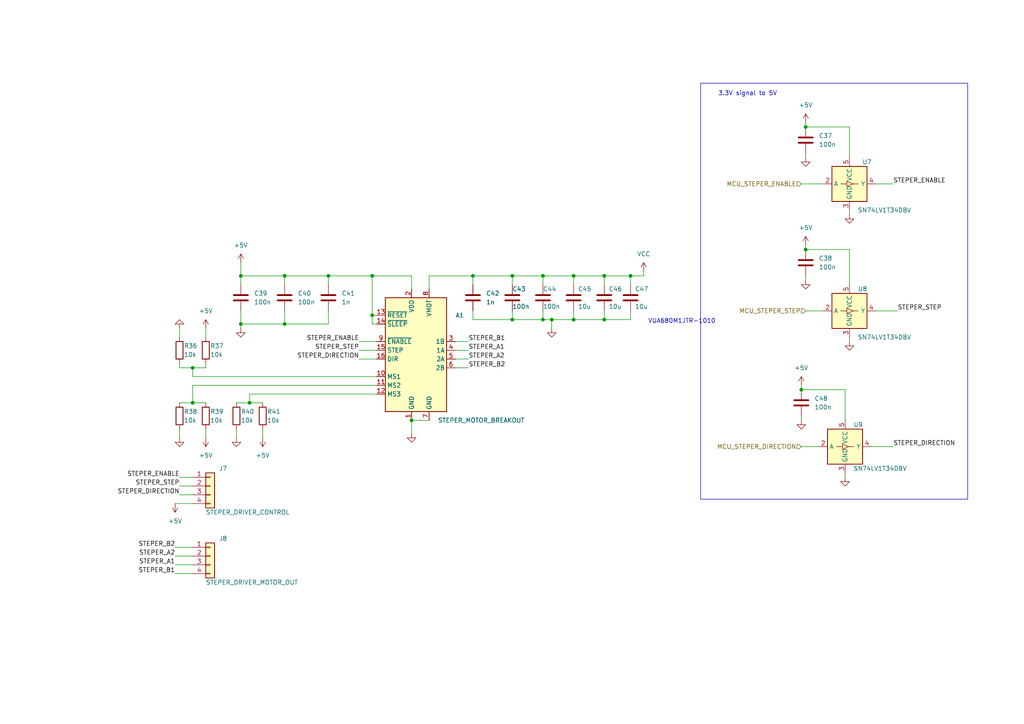
<source format=kicad_sch>
(kicad_sch (version 20231120) (generator "eeschema") (generator_version "8.0")
  (paper "A4")
  (title_block (title "Steper Motor Controler") (date "2023-12-25") (rev "0.1") (company "Power Supply "))
  (lib_symbols
    (symbol "Connector_Generic:Conn_01x04" (pin_names (offset 1.016) hide)
      (property "Reference" "J" (at 0 5.08 0))
      (property "Value" "Conn_01x04" (at 0 -7.62 0))
      (symbol "Conn_01x04_1_1"
        (rectangle (start -1.27 -4.953) (end 0 -5.207) (stroke (width 0.1524)))
        (rectangle (start -1.27 -2.413) (end 0 -2.667) (stroke (width 0.1524)))
        (rectangle (start -1.27 0.127) (end 0 -0.127) (stroke (width 0.1524)))
        (rectangle (start -1.27 2.667) (end 0 2.413) (stroke (width 0.1524)))
        (rectangle (start -1.27 3.81) (end 1.27 -6.35) (stroke (width 0.254)) (fill (type background)))
        (pin passive line (at -5.08 2.54 0) (length 3.81) (name "Pin_1") (number "1"))
        (pin passive line (at -5.08 0 0) (length 3.81) (name "Pin_2") (number "2"))
        (pin passive line (at -5.08 -2.54 0) (length 3.81) (name "Pin_3") (number "3"))
        (pin passive line (at -5.08 -5.08 0) (length 3.81) (name "Pin_4") (number "4"))
      )
    )
    (symbol "Device:C" (pin_numbers hide) (pin_names (offset 0.254))
      (property "Reference" "C" (at 0.635 2.54 0))
      (property "Value" "C" (at 0.635 -2.54 0))
      (symbol "C_0_1"
        (polyline (pts (xy -2.032 -0.762) (xy 2.032 -0.762)) (stroke (width 0.508)))
        (polyline (pts (xy -2.032 0.762) (xy 2.032 0.762)) (stroke (width 0.508)))
      )
      (symbol "C_1_1"
        (pin passive line (at 0 3.81 270) (length 2.794) (name "~") (number "1"))
        (pin passive line (at 0 -3.81 90) (length 2.794) (name "~") (number "2"))
      )
    )
    (symbol "Device:R" (pin_numbers hide) (pin_names (offset 0))
      (property "Reference" "R" (at 2.032 0 90))
      (property "Value" "R" (at 0 0 90))
      (symbol "R_0_1"
        (rectangle (start -1.016 -2.54) (end 1.016 2.54) (stroke (width 0.254)))
      )
      (symbol "R_1_1"
        (pin passive line (at 0 3.81 270) (length 1.27) (name "~") (number "1"))
        (pin passive line (at 0 -3.81 90) (length 1.27) (name "~") (number "2"))
      )
    )
    (symbol "Driver_Motor:Pololu_Breakout_A4988"
      (property "Reference" "A" (at -2.54 19.05 0))
      (property "Value" "Pololu_Breakout_A4988" (at -2.54 16.51 0))
      (symbol "Pololu_Breakout_A4988_0_1"
        (rectangle (start 10.16 -17.78) (end -7.62 15.24) (stroke (width 0.254)) (fill (type background)))
      )
      (symbol "Pololu_Breakout_A4988_1_1"
        (pin power_in line (at 0 -20.32 90) (length 2.54) (name "GND") (number "1"))
        (pin input line (at -10.16 -7.62 0) (length 2.54) (name "MS1") (number "10"))
        (pin input line (at -10.16 -10.16 0) (length 2.54) (name "MS2") (number "11"))
        (pin input line (at -10.16 -12.7 0) (length 2.54) (name "MS3") (number "12"))
        (pin input line (at -10.16 10.16 0) (length 2.54) (name "~{RESET}") (number "13"))
        (pin input line (at -10.16 7.62 0) (length 2.54) (name "~{SLEEP}") (number "14"))
        (pin input line (at -10.16 0 0) (length 2.54) (name "STEP") (number "15"))
        (pin input line (at -10.16 -2.54 0) (length 2.54) (name "DIR") (number "16"))
        (pin power_in line (at 0 17.78 270) (length 2.54) (name "VDD") (number "2"))
        (pin output line (at 12.7 2.54 180) (length 2.54) (name "1B") (number "3"))
        (pin output line (at 12.7 0 180) (length 2.54) (name "1A") (number "4"))
        (pin output line (at 12.7 -2.54 180) (length 2.54) (name "2A") (number "5"))
        (pin output line (at 12.7 -5.08 180) (length 2.54) (name "2B") (number "6"))
        (pin power_in line (at 5.08 -20.32 90) (length 2.54) (name "GND") (number "7"))
        (pin power_in line (at 5.08 17.78 270) (length 2.54) (name "VMOT") (number "8"))
        (pin input line (at -10.16 2.54 0) (length 2.54) (name "~{ENABLE}") (number "9"))
      )
    )
    (symbol "Logic_LevelTranslator:SN74LV1T34DBV"
      (property "Reference" "U" (at 5.08 6.35 0))
      (property "Value" "SN74LV1T34DBV" (at 5.08 3.81 0))
      (symbol "SN74LV1T34DBV_0_1"
        (rectangle (start -5.08 5.08) (end 5.08 -5.08) (stroke (width 0.254)) (fill (type background)))
        (polyline (pts (xy -0.762 0) (xy -2.54 0)))
        (polyline (pts (xy 1.016 0) (xy 2.54 0)))
      )
      (symbol "SN74LV1T34DBV_1_1"
        (polyline (pts (xy -0.762 -0.762) (xy -0.762 0.762) (xy 1.016 0) (xy -0.762 -0.762)))
        (pin no_connect line (at -5.08 2.54 0) (length 2.54) hide (name "NC") (number "1"))
        (pin input line (at -7.62 0 0) (length 2.54) (name "A") (number "2"))
        (pin power_in line (at 0 -7.62 90) (length 2.54) (name "GND") (number "3"))
        (pin output line (at 7.62 0 180) (length 2.54) (name "Y") (number "4"))
        (pin power_in line (at 0 7.62 270) (length 2.54) (name "VCC") (number "5"))
      )
    )
    (symbol "power:+5V" (power) (pin_names (offset 0))
      (property "Value" "+5V" (at 0 3.556 0))
      (symbol "+5V_0_1"
        (polyline (pts (xy -0.762 1.27) (xy 0 2.54)))
        (polyline (pts (xy 0 0) (xy 0 2.54)))
        (polyline (pts (xy 0 2.54) (xy 0.762 1.27)))
      )
      (symbol "+5V_1_1"
        (pin power_in line (at 0 0 90) (length 0) hide (name "+5V") (number "1"))
      )
    )
    (symbol "power:GND" (power) (pin_names (offset 0))
      (property "Value" "GND" (at 0 -3.81 0))
      (symbol "GND_0_1"
        (polyline (pts (xy 0 0) (xy 0 -1.27) (xy 1.27 -1.27) (xy 0 -2.54) (xy -1.27 -1.27) (xy 0 -1.27)))
      )
      (symbol "GND_1_1"
        (pin power_in line (at 0 0 270) (length 0) hide (name "GND") (number "1"))
      )
    )
    (symbol "power:VCC" (power) (pin_names (offset 0))
      (property "Value" "VCC" (at 0 3.81 0))
      (symbol "VCC_0_1"
        (polyline (pts (xy -0.762 1.27) (xy 0 2.54)))
        (polyline (pts (xy 0 0) (xy 0 2.54)))
        (polyline (pts (xy 0 2.54) (xy 0.762 1.27)))
      )
      (symbol "VCC_1_1"
        (pin power_in line (at 0 0 90) (length 0) hide (name "VCC") (number "1"))
      )
    )
  )
  (junction (at 55.88 106.68))
  (junction (at 55.88 116.84))
  (junction (at 148.59 92.71))
  (junction (at 157.48 80.01))
  (junction (at 82.55 80.01))
  (junction (at 157.48 92.71))
  (junction (at 233.68 36.83))
  (junction (at 232.41 113.03))
  (junction (at 233.68 72.39))
  (junction (at 107.95 91.44))
  (junction (at 107.95 80.01))
  (junction (at 175.26 92.71))
  (junction (at 69.85 80.01))
  (junction (at 160.02 92.71))
  (junction (at 166.37 92.71))
  (junction (at 182.88 80.01))
  (junction (at 69.85 93.98))
  (junction (at 137.16 80.01))
  (junction (at 166.37 80.01))
  (junction (at 175.26 80.01))
  (junction (at 119.38 121.92))
  (junction (at 82.55 93.98))
  (junction (at 72.39 116.84))
  (junction (at 95.25 80.01))
  (junction (at 148.59 80.01))
  (wire (pts (xy 175.26 92.71) (xy 166.37 92.71)))
  (wire (pts (xy 182.88 90.17) (xy 182.88 92.71)))
  (wire (pts (xy 246.38 45.72) (xy 246.38 36.83)))
  (wire (pts (xy 132.08 106.68) (xy 135.89 106.68)))
  (wire (pts (xy 148.59 80.01) (xy 157.48 80.01)))
  (wire (pts (xy 50.8 163.83) (xy 55.88 163.83)))
  (wire (pts (xy 55.88 109.22) (xy 109.22 109.22)))
  (wire (pts (xy 182.88 82.55) (xy 182.88 80.01)))
  (wire (pts (xy 232.41 53.34) (xy 238.76 53.34)))
  (wire (pts (xy 166.37 92.71) (xy 166.37 90.17)))
  (wire (pts (xy 52.07 116.84) (xy 55.88 116.84)))
  (wire (pts (xy 246.38 82.55) (xy 246.38 72.39)))
  (wire (pts (xy 254 53.34) (xy 259.08 53.34)))
  (wire (pts (xy 68.58 124.46) (xy 68.58 127)))
  (wire (pts (xy 107.95 80.01) (xy 95.25 80.01)))
  (wire (pts (xy 52.07 143.51) (xy 55.88 143.51)))
  (wire (pts (xy 69.85 90.17) (xy 69.85 93.98)))
  (wire (pts (xy 148.59 82.55) (xy 148.59 80.01)))
  (wire (pts (xy 157.48 92.71) (xy 160.02 92.71)))
  (wire (pts (xy 137.16 92.71) (xy 148.59 92.71)))
  (wire (pts (xy 233.68 71.12) (xy 233.68 72.39)))
  (wire (pts (xy 233.68 44.45) (xy 233.68 45.72)))
  (wire (pts (xy 104.14 99.06) (xy 109.22 99.06)))
  (wire (pts (xy 137.16 92.71) (xy 137.16 90.17)))
  (wire (pts (xy 50.8 166.37) (xy 55.88 166.37)))
  (wire (pts (xy 59.69 95.25) (xy 59.69 97.79)))
  (wire (pts (xy 233.68 36.83) (xy 246.38 36.83)))
  (wire (pts (xy 69.85 93.98) (xy 82.55 93.98)))
  (wire (pts (xy 72.39 116.84) (xy 76.2 116.84)))
  (wire (pts (xy 246.38 60.96) (xy 246.38 62.23)))
  (wire (pts (xy 148.59 92.71) (xy 148.59 90.17)))
  (wire (pts (xy 104.14 104.14) (xy 109.22 104.14)))
  (wire (pts (xy 157.48 82.55) (xy 157.48 80.01)))
  (wire (pts (xy 82.55 82.55) (xy 82.55 80.01)))
  (wire (pts (xy 69.85 82.55) (xy 69.85 80.01)))
  (wire (pts (xy 157.48 92.71) (xy 157.48 90.17)))
  (wire (pts (xy 109.22 114.3) (xy 72.39 114.3)))
  (wire (pts (xy 233.68 80.01) (xy 233.68 81.28)))
  (wire (pts (xy 245.11 137.16) (xy 245.11 138.43)))
  (wire (pts (xy 232.41 120.65) (xy 232.41 121.92)))
  (wire (pts (xy 175.26 90.17) (xy 175.26 92.71)))
  (wire (pts (xy 52.07 138.43) (xy 55.88 138.43)))
  (wire (pts (xy 107.95 91.44) (xy 107.95 93.98)))
  (wire (pts (xy 132.08 104.14) (xy 135.89 104.14)))
  (wire (pts (xy 52.07 140.97) (xy 55.88 140.97)))
  (wire (pts (xy 137.16 82.55) (xy 137.16 80.01)))
  (wire (pts (xy 182.88 80.01) (xy 186.69 80.01)))
  (wire (pts (xy 137.16 80.01) (xy 148.59 80.01)))
  (wire (pts (xy 59.69 124.46) (xy 59.69 127)))
  (wire (pts (xy 50.8 146.05) (xy 55.88 146.05)))
  (wire (pts (xy 76.2 124.46) (xy 76.2 127)))
  (wire (pts (xy 69.85 80.01) (xy 82.55 80.01)))
  (wire (pts (xy 55.88 116.84) (xy 59.69 116.84)))
  (wire (pts (xy 68.58 116.84) (xy 72.39 116.84)))
  (wire (pts (xy 52.07 95.25) (xy 52.07 97.79)))
  (wire (pts (xy 166.37 82.55) (xy 166.37 80.01)))
  (wire (pts (xy 175.26 80.01) (xy 182.88 80.01)))
  (wire (pts (xy 55.88 111.76) (xy 109.22 111.76)))
  (wire (pts (xy 55.88 109.22) (xy 55.88 106.68)))
  (wire (pts (xy 119.38 121.92) (xy 119.38 125.73)))
  (wire (pts (xy 233.68 90.17) (xy 238.76 90.17)))
  (wire (pts (xy 233.68 35.56) (xy 233.68 36.83)))
  (wire (pts (xy 119.38 121.92) (xy 124.46 121.92)))
  (wire (pts (xy 55.88 106.68) (xy 59.69 106.68)))
  (wire (pts (xy 52.07 124.46) (xy 52.07 127)))
  (wire (pts (xy 232.41 111.76) (xy 232.41 113.03)))
  (wire (pts (xy 246.38 72.39) (xy 233.68 72.39)))
  (wire (pts (xy 166.37 80.01) (xy 175.26 80.01)))
  (wire (pts (xy 119.38 80.01) (xy 119.38 83.82)))
  (wire (pts (xy 246.38 97.79) (xy 246.38 99.06)))
  (wire (pts (xy 55.88 106.68) (xy 52.07 106.68)))
  (wire (pts (xy 109.22 93.98) (xy 107.95 93.98)))
  (wire (pts (xy 175.26 82.55) (xy 175.26 80.01)))
  (wire (pts (xy 157.48 80.01) (xy 166.37 80.01)))
  (wire (pts (xy 52.07 106.68) (xy 52.07 105.41)))
  (wire (pts (xy 186.69 78.74) (xy 186.69 80.01)))
  (wire (pts (xy 82.55 90.17) (xy 82.55 93.98)))
  (wire (pts (xy 148.59 92.71) (xy 157.48 92.71)))
  (wire (pts (xy 245.11 121.92) (xy 245.11 113.03)))
  (wire (pts (xy 132.08 101.6) (xy 135.89 101.6)))
  (wire (pts (xy 160.02 92.71) (xy 160.02 95.25)))
  (wire (pts (xy 95.25 93.98) (xy 95.25 90.17)))
  (wire (pts (xy 95.25 82.55) (xy 95.25 80.01)))
  (wire (pts (xy 132.08 99.06) (xy 135.89 99.06)))
  (wire (pts (xy 124.46 80.01) (xy 124.46 83.82)))
  (wire (pts (xy 72.39 114.3) (xy 72.39 116.84)))
  (wire (pts (xy 109.22 91.44) (xy 107.95 91.44)))
  (wire (pts (xy 104.14 101.6) (xy 109.22 101.6)))
  (wire (pts (xy 107.95 91.44) (xy 107.95 80.01)))
  (wire (pts (xy 50.8 161.29) (xy 55.88 161.29)))
  (wire (pts (xy 124.46 80.01) (xy 137.16 80.01)))
  (wire (pts (xy 82.55 80.01) (xy 95.25 80.01)))
  (wire (pts (xy 232.41 129.54) (xy 237.49 129.54)))
  (wire (pts (xy 245.11 113.03) (xy 232.41 113.03)))
  (wire (pts (xy 59.69 105.41) (xy 59.69 106.68)))
  (wire (pts (xy 254 90.17) (xy 260.35 90.17)))
  (wire (pts (xy 69.85 93.98) (xy 69.85 95.25)))
  (wire (pts (xy 107.95 80.01) (xy 119.38 80.01)))
  (wire (pts (xy 182.88 92.71) (xy 175.26 92.71)))
  (wire (pts (xy 55.88 116.84) (xy 55.88 111.76)))
  (wire (pts (xy 82.55 93.98) (xy 95.25 93.98)))
  (wire (pts (xy 160.02 92.71) (xy 166.37 92.71)))
  (wire (pts (xy 69.85 76.2) (xy 69.85 80.01)))
  (wire (pts (xy 252.73 129.54) (xy 259.08 129.54)))
  (wire (pts (xy 50.8 158.75) (xy 55.88 158.75)))
  (rectangle (start 203.2 24.13) (end 280.67 144.78))
  (text "3.3V signal to 5V" (at 208.28 27.94 0) (effects (font (size 1.27 1.27)) (justify left bottom)))
  (text "VUA680M1JTR-1010" (at 187.96 93.98 0) (effects (font (size 1.27 1.27)) (justify left bottom)))
  (label "STEPER_DIRECTION" (at 104.14 104.14 180))
  (label "STEPER_B1" (at 135.89 99.06 0))
  (label "STEPER_ENABLE" (at 52.07 138.43 180))
  (label "STEPER_ENABLE" (at 104.14 99.06 180))
  (label "STEPER_DIRECTION" (at 259.08 129.54 0))
  (label "STEPER_DIRECTION" (at 52.07 143.51 180))
  (label "STEPER_ENABLE" (at 259.08 53.34 0))
  (label "STEPER_STEP" (at 52.07 140.97 180))
  (label "STEPER_A1" (at 50.8 163.83 180))
  (label "STEPER_B1" (at 50.8 166.37 180))
  (label "STEPER_B2" (at 50.8 158.75 180))
  (label "STEPER_STEP" (at 260.35 90.17 0))
  (label "STEPER_B2" (at 135.89 106.68 0))
  (label "STEPER_A2" (at 135.89 104.14 0))
  (label "STEPER_STEP" (at 104.14 101.6 180))
  (label "STEPER_A2" (at 50.8 161.29 180))
  (label "STEPER_A1" (at 135.89 101.6 0))
  (hierarchical_label "MCU_STEPER_DIRECTION" (shape input) (at 232.41 129.54 180))
  (hierarchical_label "MCU_STEPER_STEP" (shape input) (at 233.68 90.17 180))
  (hierarchical_label "MCU_STEPER_ENABLE" (shape input) (at 232.41 53.34 180))
  (symbol (lib_id "Device:C") (at 182.88 86.36 0) (unit 1)
    (property "Reference" "C47" (at 184.15 83.82 0) (effects (justify left)))
    (property "Value" "10u" (at 184.15 88.9 0) (effects (justify left)))
    (property "Footprint" "Capacitor_SMD:C_1210_3225Metric" (effects (hide yes)))
  )
  (symbol (lib_id "power:VCC") (at 186.69 78.74 0) (unit 1)
    (property "Reference" "#PWR076" (effects (hide yes)))
    (property "Value" "VCC" (at 186.69 73.66 0))
  )
  (symbol (lib_id "power:+5V") (at 232.41 111.76 0) (unit 1)
    (property "Reference" "#PWR083" (effects (hide yes)))
    (property "Value" "+5V" (at 232.41 106.68 0))
  )
  (symbol (lib_id "power:+5V") (at 59.69 127 180) (unit 1)
    (property "Reference" "#PWR087" (effects (hide yes)))
    (property "Value" "+5V" (at 59.69 132.08 0))
  )
  (symbol (lib_id "Device:C") (at 157.48 86.36 0) (unit 1)
    (property "Reference" "C44" (at 157.48 83.82 0) (effects (justify left)))
    (property "Value" "100n" (at 157.48 88.9 0) (effects (justify left)))
    (property "Footprint" "Capacitor_SMD:C_1206_3216Metric" (effects (hide yes)))
    (instances (project "sdrac_board" (path "" (reference "C44") (unit 1))) (project "motor controller" (path "" (reference "C34") (unit 1))))
  )
  (symbol (lib_id "Device:C") (at 82.55 86.36 0) (unit 1)
    (property "Reference" "C40" (at 86.36 85.09 0) (effects (justify left)))
    (property "Value" "100n" (at 86.36 87.63 0) (effects (justify left)))
    (property "Footprint" "Capacitor_SMD:C_0402_1005Metric_Pad0.74x0.62mm_HandSolder" (effects (hide yes)))
  )
  (symbol (lib_id "Driver_Motor:Pololu_Breakout_A4988") (at 119.38 101.6 0) (unit 1)
    (property "Reference" "A1" (at 132.08 91.44 0) (effects (justify left)))
    (property "Value" "STEPER_MOTOR_BREAKOUT" (at 127 121.92 0) (effects (justify left)))
    (property "Footprint" "Module:Pololu_Breakout-16_15.2x20.3mm" (effects (hide yes)))
    (property "Datasheet" "https://www.pololu.com/product/2980/pictures" (effects (hide yes)))
  )
  (symbol (lib_id "Device:C") (at 137.16 86.36 0) (unit 1)
    (property "Reference" "C42" (at 140.97 85.09 0) (effects (justify left)))
    (property "Value" "1n" (at 140.97 87.63 0) (effects (justify left)))
    (property "Footprint" "Capacitor_SMD:C_1206_3216Metric" (effects (hide yes)))
  )
  (symbol (lib_id "Logic_LevelTranslator:SN74LV1T34DBV") (at 246.38 90.17 0) (unit 1)
    (property "Reference" "U8" (at 250.19 83.82 0))
    (property "Value" "SN74LV1T34DBV" (at 256.54 97.79 0))
    (property "Footprint" "Package_TO_SOT_SMD:SOT-23-5" (effects (hide yes)))
    (property "Datasheet" "https://www.ti.com/lit/ds/symlink/sn74lv1t34.pdf" (effects (hide yes)))
  )
  (symbol (lib_id "power:+5V") (at 233.68 35.56 0) (unit 1)
    (property "Reference" "#PWR071" (effects (hide yes)))
    (property "Value" "+5V" (at 233.68 30.48 0))
  )
  (symbol (lib_id "power:GND") (at 246.38 62.23 0) (unit 1)
    (property "Reference" "#PWR073" (effects (hide yes)))
    (property "Value" "GND" (effects (hide yes)))
  )
  (symbol (lib_id "Device:R") (at 59.69 101.6 180) (unit 1)
    (property "Reference" "R37" (at 60.96 100.33 0) (effects (justify right)))
    (property "Value" "10k" (at 60.96 102.87 0) (effects (justify right)))
    (property "Footprint" "Resistor_SMD:R_0402_1005Metric" (effects (hide yes)))
  )
  (symbol (lib_id "Device:C") (at 232.41 116.84 0) (unit 1)
    (property "Reference" "C48" (at 236.22 115.57 0) (effects (justify left)))
    (property "Value" "100n" (at 236.22 118.11 0) (effects (justify left)))
    (property "Footprint" "Capacitor_SMD:C_0402_1005Metric" (effects (hide yes)))
  )
  (symbol (lib_id "Device:C") (at 148.59 86.36 0) (unit 1)
    (property "Reference" "C43" (at 148.59 83.82 0) (effects (justify left)))
    (property "Value" "100n" (at 148.59 88.9 0) (effects (justify left)))
    (property "Footprint" "Capacitor_SMD:C_1206_3216Metric" (effects (hide yes)))
    (instances (project "sdrac_board" (path "" (reference "C43") (unit 1))) (project "motor controller" (path "" (reference "C34") (unit 1))))
  )
  (symbol (lib_id "power:GND") (at 246.38 99.06 0) (unit 1)
    (property "Reference" "#PWR082" (effects (hide yes)))
    (property "Value" "GND" (effects (hide yes)))
  )
  (symbol (lib_id "power:GND") (at 52.07 95.25 180) (unit 1)
    (property "Reference" "#PWR078" (effects (hide yes)))
    (property "Value" "GND" (effects (hide yes)))
  )
  (symbol (lib_id "Device:R") (at 68.58 120.65 180) (unit 1)
    (property "Reference" "R40" (at 69.85 119.38 0) (effects (justify right)))
    (property "Value" "10k" (at 69.85 121.92 0) (effects (justify right)))
    (property "Footprint" "Resistor_SMD:R_0402_1005Metric" (effects (hide yes)))
  )
  (symbol (lib_id "power:GND") (at 233.68 45.72 0) (unit 1)
    (property "Reference" "#PWR072" (effects (hide yes)))
    (property "Value" "GND" (effects (hide yes)))
  )
  (symbol (lib_id "power:GND") (at 232.41 121.92 0) (unit 1)
    (property "Reference" "#PWR084" (effects (hide yes)))
    (property "Value" "GND" (effects (hide yes)))
  )
  (symbol (lib_id "Device:R") (at 52.07 120.65 180) (unit 1)
    (property "Reference" "R38" (at 53.34 119.38 0) (effects (justify right)))
    (property "Value" "10k" (at 53.34 121.92 0) (effects (justify right)))
    (property "Footprint" "Resistor_SMD:R_0402_1005Metric" (effects (hide yes)))
  )
  (symbol (lib_id "Logic_LevelTranslator:SN74LV1T34DBV") (at 245.11 129.54 0) (unit 1)
    (property "Reference" "U9" (at 248.92 123.19 0))
    (property "Value" "SN74LV1T34DBV" (at 255.27 135.89 0))
    (property "Footprint" "Package_TO_SOT_SMD:SOT-23-5" (effects (hide yes)))
    (property "Datasheet" "https://www.ti.com/lit/ds/symlink/sn74lv1t34.pdf" (effects (hide yes)))
  )
  (symbol (lib_id "power:+5V") (at 69.85 76.2 0) (unit 1)
    (property "Reference" "#PWR075" (effects (hide yes)))
    (property "Value" "+5V" (at 69.85 71.12 0))
  )
  (symbol (lib_id "power:+5V") (at 59.69 95.25 0) (unit 1)
    (property "Reference" "#PWR079" (effects (hide yes)))
    (property "Value" "+5V" (at 59.69 90.17 0))
  )
  (symbol (lib_id "Device:R") (at 59.69 120.65 180) (unit 1)
    (property "Reference" "R39" (at 60.96 119.38 0) (effects (justify right)))
    (property "Value" "10k" (at 60.96 121.92 0) (effects (justify right)))
    (property "Footprint" "Resistor_SMD:R_0402_1005Metric" (effects (hide yes)))
  )
  (symbol (lib_id "Device:R") (at 52.07 101.6 180) (unit 1)
    (property "Reference" "R36" (at 53.34 100.33 0) (effects (justify right)))
    (property "Value" "10k" (at 53.34 102.87 0) (effects (justify right)))
    (property "Footprint" "Resistor_SMD:R_0402_1005Metric" (effects (hide yes)))
  )
  (symbol (lib_id "Logic_LevelTranslator:SN74LV1T34DBV") (at 246.38 53.34 0) (unit 1)
    (property "Reference" "U7" (at 251.46 46.99 0))
    (property "Value" "SN74LV1T34DBV" (at 256.54 60.96 0))
    (property "Footprint" "Package_TO_SOT_SMD:SOT-23-5" (effects (hide yes)))
    (property "Datasheet" "https://www.ti.com/lit/ds/symlink/sn74lv1t34.pdf" (effects (hide yes)))
  )
  (symbol (lib_id "power:GND") (at 69.85 95.25 0) (unit 1)
    (property "Reference" "#PWR080" (effects (hide yes)))
    (property "Value" "GND" (effects (hide yes)))
  )
  (symbol (lib_id "power:GND") (at 160.02 95.25 0) (unit 1)
    (property "Reference" "#PWR081" (effects (hide yes)))
    (property "Value" "GND" (effects (hide yes)))
  )
  (symbol (lib_id "Connector_Generic:Conn_01x04") (at 60.96 140.97 0) (unit 1)
    (property "Reference" "J7" (at 63.5 135.89 0) (effects (justify left)))
    (property "Value" "STEPER_DRIVER_CONTROL" (at 59.69 148.59 0) (effects (justify left)))
    (property "Footprint" "Connector_Molex:Molex_Micro-Fit_3.0_43045-0412_2x02_P3.00mm_Vertical" (effects (hide yes)))
  )
  (symbol (lib_id "power:GND") (at 52.07 127 0) (unit 1)
    (property "Reference" "#PWR086" (effects (hide yes)))
    (property "Value" "GND" (effects (hide yes)))
  )
  (symbol (lib_id "power:GND") (at 233.68 81.28 0) (unit 1)
    (property "Reference" "#PWR077" (effects (hide yes)))
    (property "Value" "GND" (effects (hide yes)))
  )
  (symbol (lib_id "Device:C") (at 233.68 40.64 0) (unit 1)
    (property "Reference" "C37" (at 237.49 39.37 0) (effects (justify left)))
    (property "Value" "100n" (at 237.49 41.91 0) (effects (justify left)))
    (property "Footprint" "Capacitor_SMD:C_0402_1005Metric" (effects (hide yes)))
  )
  (symbol (lib_id "power:GND") (at 68.58 127 0) (unit 1)
    (property "Reference" "#PWR088" (effects (hide yes)))
    (property "Value" "GND" (effects (hide yes)))
  )
  (symbol (lib_id "Device:C") (at 175.26 86.36 0) (unit 1)
    (property "Reference" "C46" (at 176.53 83.82 0) (effects (justify left)))
    (property "Value" "10u" (at 176.53 88.9 0) (effects (justify left)))
    (property "Footprint" "Capacitor_SMD:C_1210_3225Metric" (effects (hide yes)))
  )
  (symbol (lib_id "Device:C") (at 95.25 86.36 0) (unit 1)
    (property "Reference" "C41" (at 99.06 85.09 0) (effects (justify left)))
    (property "Value" "1n" (at 99.06 87.63 0) (effects (justify left)))
    (property "Footprint" "Capacitor_SMD:C_0402_1005Metric" (effects (hide yes)))
  )
  (symbol (lib_id "Device:C") (at 69.85 86.36 0) (unit 1)
    (property "Reference" "C39" (at 73.66 85.09 0) (effects (justify left)))
    (property "Value" "100n" (at 73.66 87.63 0) (effects (justify left)))
    (property "Footprint" "Capacitor_SMD:C_0402_1005Metric_Pad0.74x0.62mm_HandSolder" (effects (hide yes)))
  )
  (symbol (lib_id "Device:C") (at 233.68 76.2 0) (unit 1)
    (property "Reference" "C38" (at 237.49 74.93 0) (effects (justify left)))
    (property "Value" "100n" (at 237.49 77.47 0) (effects (justify left)))
    (property "Footprint" "Capacitor_SMD:C_0402_1005Metric" (effects (hide yes)))
  )
  (symbol (lib_id "power:+5V") (at 76.2 127 180) (unit 1)
    (property "Reference" "#PWR089" (effects (hide yes)))
    (property "Value" "+5V" (at 76.2 132.08 0))
  )
  (symbol (lib_id "Device:R") (at 76.2 120.65 180) (unit 1)
    (property "Reference" "R41" (at 77.47 119.38 0) (effects (justify right)))
    (property "Value" "10k" (at 77.47 121.92 0) (effects (justify right)))
    (property "Footprint" "Resistor_SMD:R_0402_1005Metric" (effects (hide yes)))
  )
  (symbol (lib_id "Device:C") (at 166.37 86.36 0) (unit 1)
    (property "Reference" "C45" (at 167.64 83.82 0) (effects (justify left)))
    (property "Value" "10u" (at 167.64 88.9 0) (effects (justify left)))
    (property "Footprint" "Capacitor_SMD:C_1210_3225Metric" (effects (hide yes)))
  )
  (symbol (lib_id "Connector_Generic:Conn_01x04") (at 60.96 161.29 0) (unit 1)
    (property "Reference" "J8" (at 63.5 156.21 0) (effects (justify left)))
    (property "Value" "STEPER_DRIVER_MOTOR_OUT" (at 59.69 168.91 0) (effects (justify left)))
    (property "Footprint" "Connector_Molex:Molex_Micro-Fit_3.0_43045-0412_2x02_P3.00mm_Vertical" (effects (hide yes)))
  )
  (symbol (lib_id "power:GND") (at 245.11 138.43 0) (unit 1)
    (property "Reference" "#PWR090" (effects (hide yes)))
    (property "Value" "GND" (effects (hide yes)))
  )
  (symbol (lib_id "power:+5V") (at 50.8 146.05 180) (unit 1)
    (property "Reference" "#PWR091" (effects (hide yes)))
    (property "Value" "+5V" (at 50.8 151.13 0))
  )
  (symbol (lib_id "power:GND") (at 119.38 125.73 0) (unit 1)
    (property "Reference" "#PWR085" (effects (hide yes)))
    (property "Value" "GND" (effects (hide yes)))
  )
  (symbol (lib_id "power:+5V") (at 233.68 71.12 0) (unit 1)
    (property "Reference" "#PWR074" (effects (hide yes)))
    (property "Value" "+5V" (at 233.68 66.04 0))
  )
)
</source>
